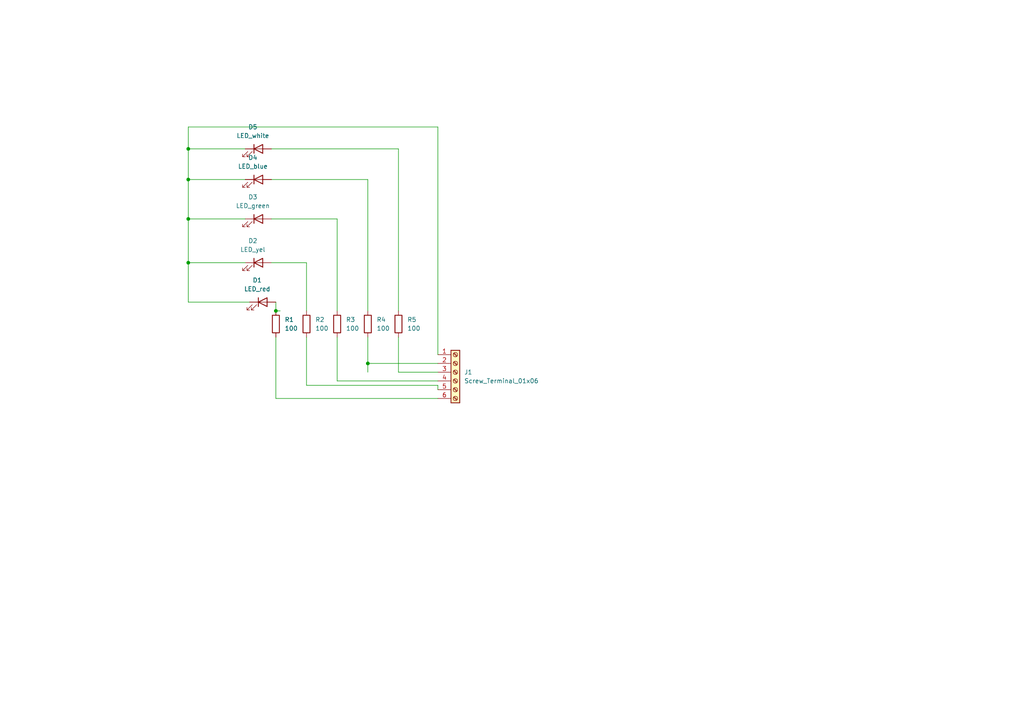
<source format=kicad_sch>
(kicad_sch (version 20230121) (generator eeschema)
  (paper "A4")
  (lib_symbols
    (symbol "Connector:Screw_Terminal_01x06" (pin_names (offset 1.016) hide)
      (property "Reference" "J1" (at 2.54 0 0))
      (property "Value" "Screw_Terminal_01x06" (at 2.54 -2.54 0))
      (symbol "Screw_Terminal_01x06_1_1"
        (rectangle (start -1.27 6.35) (end 1.27 -8.89) (stroke (width 0.254)) (fill (type background)))
        (circle (center 0 -7.62) (radius 0.635) (stroke (width 0.1524)))
        (circle (center 0 -5.08) (radius 0.635) (stroke (width 0.1524)))
        (circle (center 0 -2.54) (radius 0.635) (stroke (width 0.1524)))
        (polyline (pts (xy -0.5334 -7.2898) (xy 0.3302 -8.128)) (stroke (width 0.1524)))
        (polyline (pts (xy -0.5334 -4.7498) (xy 0.3302 -5.588)) (stroke (width 0.1524)))
        (polyline (pts (xy -0.5334 -2.2098) (xy 0.3302 -3.048)) (stroke (width 0.1524)))
        (polyline (pts (xy -0.5334 0.3302) (xy 0.3302 -0.508)) (stroke (width 0.1524)))
        (polyline (pts (xy -0.5334 2.8702) (xy 0.3302 2.032)) (stroke (width 0.1524)))
        (polyline (pts (xy -0.5334 5.4102) (xy 0.3302 4.572)) (stroke (width 0.1524)))
        (polyline (pts (xy -0.3556 -7.112) (xy 0.508 -7.9502)) (stroke (width 0.1524)))
        (polyline (pts (xy -0.3556 -4.572) (xy 0.508 -5.4102)) (stroke (width 0.1524)))
        (polyline (pts (xy -0.3556 -2.032) (xy 0.508 -2.8702)) (stroke (width 0.1524)))
        (polyline (pts (xy -0.3556 0.508) (xy 0.508 -0.3302)) (stroke (width 0.1524)))
        (polyline (pts (xy -0.3556 3.048) (xy 0.508 2.2098)) (stroke (width 0.1524)))
        (polyline (pts (xy -0.3556 5.588) (xy 0.508 4.7498)) (stroke (width 0.1524)))
        (circle (center 0 0) (radius 0.635) (stroke (width 0.1524)))
        (circle (center 0 2.54) (radius 0.635) (stroke (width 0.1524)))
        (circle (center 0 5.08) (radius 0.635) (stroke (width 0.1524)))
        (pin passive line (at -5.08 5.08 0) (length 3.81) (name "Pin_1") (number "1"))
        (pin passive line (at -5.08 2.54 0) (length 3.81) (name "Pin_2") (number "2"))
        (pin passive line (at -5.08 0 0) (length 3.81) (name "Pin_3") (number "3"))
        (pin passive line (at -5.08 -2.54 0) (length 3.81) (name "Pin_4") (number "4"))
        (pin passive line (at -5.08 -5.08 0) (length 3.81) (name "Pin_5") (number "5"))
        (pin passive line (at -5.08 -7.62 0) (length 3.81) (name "Pin_6") (number "6"))
      )
    )
    (symbol "Device:LED" (pin_numbers hide) (pin_names (offset 1.016) hide)
      (property "Reference" "D" (at 0 2.54 0))
      (property "Value" "LED" (at 0 -2.54 0))
      (symbol "LED_0_1"
        (polyline (pts (xy -1.27 -1.27) (xy -1.27 1.27)) (stroke (width 0.254)))
        (polyline (pts (xy -1.27 0) (xy 1.27 0)))
        (polyline (pts (xy 1.27 -1.27) (xy 1.27 1.27) (xy -1.27 0) (xy 1.27 -1.27)) (stroke (width 0.254)))
        (polyline (pts (xy -3.048 -0.762) (xy -4.572 -2.286) (xy -3.81 -2.286) (xy -4.572 -2.286) (xy -4.572 -1.524)))
        (polyline (pts (xy -1.778 -0.762) (xy -3.302 -2.286) (xy -2.54 -2.286) (xy -3.302 -2.286) (xy -3.302 -1.524)))
      )
      (symbol "LED_1_1"
        (pin passive line (at -3.81 0 0) (length 2.54) (name "K") (number "1"))
        (pin passive line (at 3.81 0 180) (length 2.54) (name "A") (number "2"))
      )
    )
    (symbol "Device:R" (pin_numbers hide) (pin_names (offset 0))
      (property "Reference" "R" (at 2.032 0 90))
      (property "Value" "R" (at 0 0 90))
      (symbol "R_0_1"
        (rectangle (start -1.016 -2.54) (end 1.016 2.54) (stroke (width 0.254)))
      )
      (symbol "R_1_1"
        (pin passive line (at 0 3.81 270) (length 1.27) (name "~") (number "1"))
        (pin passive line (at 0 -3.81 90) (length 1.27) (name "~") (number "2"))
      )
    )
  )
  (junction (at 54.61 43.18))
  (junction (at 54.61 76.2))
  (junction (at 54.61 52.07))
  (junction (at 54.61 63.5))
  (junction (at 106.68 105.41))
  (junction (at 80.01 90.17))
  (wire (pts (xy 106.68 105.41) (xy 127 105.41)))
  (wire (pts (xy 80.01 87.63) (xy 80.01 90.17)))
  (wire (pts (xy 80.01 115.57) (xy 127 115.57)))
  (wire (pts (xy 78.74 43.18) (xy 115.57 43.18)))
  (wire (pts (xy 54.61 76.2) (xy 71.12 76.2)))
  (wire (pts (xy 127 111.76) (xy 127 113.03)))
  (wire (pts (xy 54.61 76.2) (xy 54.61 87.63)))
  (wire (pts (xy 54.61 52.07) (xy 71.12 52.07)))
  (wire (pts (xy 88.9 76.2) (xy 88.9 90.17)))
  (wire (pts (xy 54.61 52.07) (xy 54.61 63.5)))
  (wire (pts (xy 78.74 52.07) (xy 106.68 52.07)))
  (wire (pts (xy 78.74 76.2) (xy 88.9 76.2)))
  (wire (pts (xy 97.79 110.49) (xy 127 110.49)))
  (wire (pts (xy 71.12 43.18) (xy 54.61 43.18)))
  (wire (pts (xy 97.79 63.5) (xy 97.79 90.17)))
  (wire (pts (xy 115.57 97.79) (xy 115.57 107.95)))
  (wire (pts (xy 127 102.87) (xy 127 36.83)))
  (wire (pts (xy 54.61 63.5) (xy 54.61 76.2)))
  (wire (pts (xy 54.61 36.83) (xy 54.61 43.18)))
  (wire (pts (xy 106.68 97.79) (xy 106.68 105.41)))
  (wire (pts (xy 115.57 107.95) (xy 127 107.95)))
  (wire (pts (xy 88.9 111.76) (xy 127 111.76)))
  (wire (pts (xy 54.61 87.63) (xy 72.39 87.63)))
  (wire (pts (xy 54.61 43.18) (xy 54.61 52.07)))
  (wire (pts (xy 78.74 63.5) (xy 97.79 63.5)))
  (wire (pts (xy 54.61 36.83) (xy 127 36.83)))
  (wire (pts (xy 80.01 97.79) (xy 80.01 115.57)))
  (wire (pts (xy 106.68 105.41) (xy 106.68 107.95)))
  (wire (pts (xy 115.57 43.18) (xy 115.57 90.17)))
  (wire (pts (xy 54.61 63.5) (xy 71.12 63.5)))
  (wire (pts (xy 97.79 97.79) (xy 97.79 110.49)))
  (wire (pts (xy 106.68 52.07) (xy 106.68 90.17)))
  (wire (pts (xy 80.01 90.17) (xy 81.28 90.17)))
  (wire (pts (xy 88.9 97.79) (xy 88.9 111.76)))
  (symbol (lib_id "Device:LED") (at 74.93 43.18 0) (unit 1)
    (property "Reference" "D5" (at 73.3425 36.83 0))
    (property "Value" "LED_white" (at 73.3425 39.37 0))
    (property "Footprint" "LED_THT:LED_D5.0mm_Clear" (effects hide))
  )
  (symbol (lib_id "Device:R") (at 80.01 93.98 0) (unit 1)
    (property "Reference" "R1" (at 82.55 92.71 0) (effects (justify left)))
    (property "Value" "100" (at 82.55 95.25 0) (effects (justify left)))
    (property "Footprint" "Resistor_THT:R_Axial_DIN0204_L3.6mm_D1.6mm_P5.08mm_Horizontal" (effects hide))
  )
  (symbol (lib_id "Device:R") (at 88.9 93.98 0) (unit 1)
    (property "Reference" "R2" (at 91.44 92.71 0) (effects (justify left)))
    (property "Value" "100" (at 91.44 95.25 0) (effects (justify left)))
    (property "Footprint" "Resistor_THT:R_Axial_DIN0204_L3.6mm_D1.6mm_P5.08mm_Horizontal" (effects hide))
  )
  (symbol (lib_id "Device:LED") (at 74.93 76.2 0) (unit 1)
    (property "Reference" "D2" (at 73.3425 69.85 0))
    (property "Value" "LED_yel" (at 73.3425 72.39 0))
    (property "Footprint" "LED_THT:LED_D5.0mm_Clear" (effects hide))
  )
  (symbol (lib_id "Device:R") (at 97.79 93.98 0) (unit 1)
    (property "Reference" "R3" (at 100.33 92.71 0) (effects (justify left)))
    (property "Value" "100" (at 100.33 95.25 0) (effects (justify left)))
    (property "Footprint" "Resistor_THT:R_Axial_DIN0204_L3.6mm_D1.6mm_P5.08mm_Horizontal" (effects hide))
  )
  (symbol (lib_id "Connector:Screw_Terminal_01x06") (at 132.08 107.95 0) (unit 1)
    (property "Reference" "J1" (at 134.62 107.95 0) (effects (justify left)))
    (property "Value" "Screw_Terminal_01x06" (at 134.62 110.49 0) (effects (justify left)))
    (property "Footprint" "Connector_PinHeader_2.54mm:PinHeader_1x06_P2.54mm_Vertical" (effects hide))
  )
  (symbol (lib_id "Device:R") (at 115.57 93.98 0) (unit 1)
    (property "Reference" "R5" (at 118.11 92.71 0) (effects (justify left)))
    (property "Value" "100" (at 118.11 95.25 0) (effects (justify left)))
    (property "Footprint" "Resistor_THT:R_Axial_DIN0204_L3.6mm_D1.6mm_P5.08mm_Horizontal" (effects hide))
  )
  (symbol (lib_id "Device:LED") (at 74.93 63.5 0) (unit 1)
    (property "Reference" "D3" (at 73.3425 57.15 0))
    (property "Value" "LED_green" (at 73.3425 59.69 0))
    (property "Footprint" "LED_THT:LED_D5.0mm_Clear" (effects hide))
  )
  (symbol (lib_id "Device:LED") (at 74.93 52.07 0) (unit 1)
    (property "Reference" "D4" (at 73.3425 45.72 0))
    (property "Value" "LED_blue" (at 73.3425 48.26 0))
    (property "Footprint" "LED_THT:LED_D5.0mm_Clear" (effects hide))
  )
  (symbol (lib_id "Device:LED") (at 76.2 87.63 0) (unit 1)
    (property "Reference" "D1" (at 74.6125 81.28 0))
    (property "Value" "LED_red" (at 74.6125 83.82 0))
    (property "Footprint" "LED_THT:LED_D5.0mm_Clear" (effects hide))
  )
  (symbol (lib_id "Device:R") (at 106.68 93.98 0) (unit 1)
    (property "Reference" "R4" (at 109.22 92.71 0) (effects (justify left)))
    (property "Value" "100" (at 109.22 95.25 0) (effects (justify left)))
    (property "Footprint" "Resistor_THT:R_Axial_DIN0204_L3.6mm_D1.6mm_P5.08mm_Horizontal" (effects hide))
  )
)
</source>
